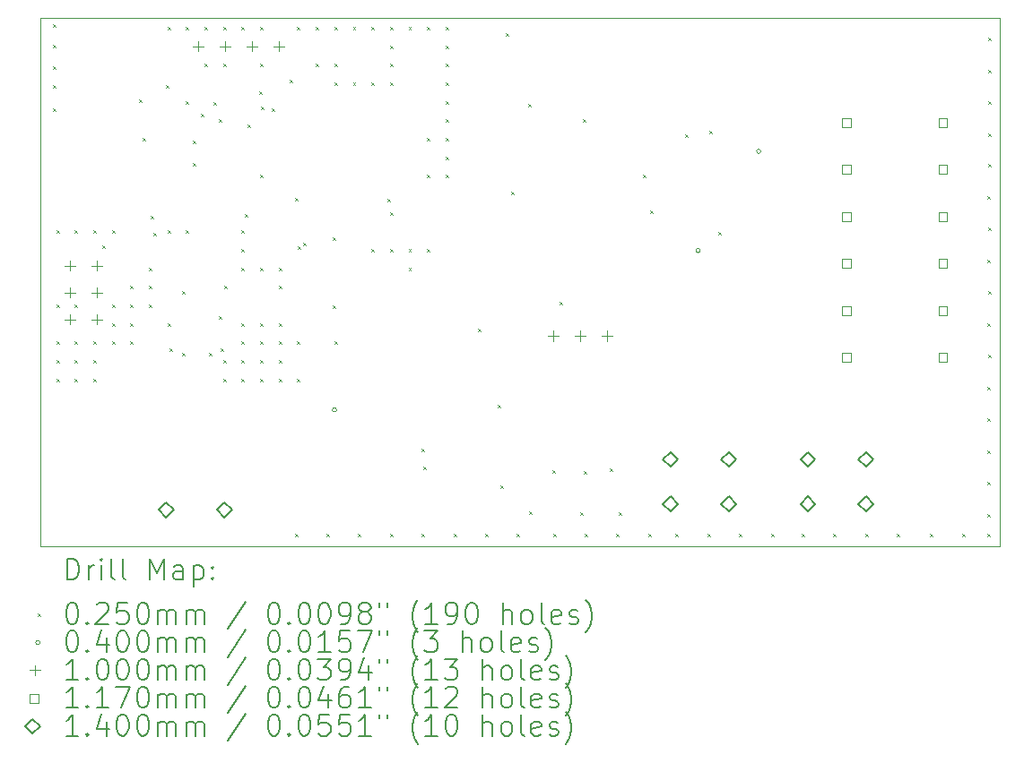
<source format=gbr>
%TF.GenerationSoftware,KiCad,Pcbnew,(6.0.11)*%
%TF.CreationDate,2023-07-03T20:40:52+10:00*%
%TF.ProjectId,LV_MASTER_A_SAMPLE,4c565f4d-4153-4544-9552-5f415f53414d,1*%
%TF.SameCoordinates,Original*%
%TF.FileFunction,Drillmap*%
%TF.FilePolarity,Positive*%
%FSLAX45Y45*%
G04 Gerber Fmt 4.5, Leading zero omitted, Abs format (unit mm)*
G04 Created by KiCad (PCBNEW (6.0.11)) date 2023-07-03 20:40:52*
%MOMM*%
%LPD*%
G01*
G04 APERTURE LIST*
%ADD10C,0.100000*%
%ADD11C,0.200000*%
%ADD12C,0.025000*%
%ADD13C,0.040000*%
%ADD14C,0.117000*%
%ADD15C,0.140000*%
G04 APERTURE END LIST*
D10*
X10947400Y-7226300D02*
X20002500Y-7226300D01*
X20002500Y-7226300D02*
X20002500Y-12217400D01*
X20002500Y-12217400D02*
X10947400Y-12217400D01*
X10947400Y-12217400D02*
X10947400Y-7226300D01*
D11*
D12*
X11064500Y-8075500D02*
X11089500Y-8100500D01*
X11089500Y-8075500D02*
X11064500Y-8100500D01*
X11065500Y-7473500D02*
X11090500Y-7498500D01*
X11090500Y-7473500D02*
X11065500Y-7498500D01*
X11065500Y-7676500D02*
X11090500Y-7701500D01*
X11090500Y-7676500D02*
X11065500Y-7701500D01*
X11066500Y-7282500D02*
X11091500Y-7307500D01*
X11091500Y-7282500D02*
X11066500Y-7307500D01*
X11066500Y-7860500D02*
X11091500Y-7885500D01*
X11091500Y-7860500D02*
X11066500Y-7885500D01*
X11096667Y-9232500D02*
X11121667Y-9257500D01*
X11121667Y-9232500D02*
X11096667Y-9257500D01*
X11096667Y-9932500D02*
X11121667Y-9957500D01*
X11121667Y-9932500D02*
X11096667Y-9957500D01*
X11096667Y-10282500D02*
X11121667Y-10307500D01*
X11121667Y-10282500D02*
X11096667Y-10307500D01*
X11096667Y-10457500D02*
X11121667Y-10482500D01*
X11121667Y-10457500D02*
X11096667Y-10482500D01*
X11096667Y-10632500D02*
X11121667Y-10657500D01*
X11121667Y-10632500D02*
X11096667Y-10657500D01*
X11271667Y-9232500D02*
X11296667Y-9257500D01*
X11296667Y-9232500D02*
X11271667Y-9257500D01*
X11271667Y-9932500D02*
X11296667Y-9957500D01*
X11296667Y-9932500D02*
X11271667Y-9957500D01*
X11271667Y-10282500D02*
X11296667Y-10307500D01*
X11296667Y-10282500D02*
X11271667Y-10307500D01*
X11271667Y-10457500D02*
X11296667Y-10482500D01*
X11296667Y-10457500D02*
X11271667Y-10482500D01*
X11271667Y-10632500D02*
X11296667Y-10657500D01*
X11296667Y-10632500D02*
X11271667Y-10657500D01*
X11446667Y-9232500D02*
X11471667Y-9257500D01*
X11471667Y-9232500D02*
X11446667Y-9257500D01*
X11446667Y-10282500D02*
X11471667Y-10307500D01*
X11471667Y-10282500D02*
X11446667Y-10307500D01*
X11446667Y-10457500D02*
X11471667Y-10482500D01*
X11471667Y-10457500D02*
X11446667Y-10482500D01*
X11446667Y-10632500D02*
X11471667Y-10657500D01*
X11471667Y-10632500D02*
X11446667Y-10657500D01*
X11531800Y-9372800D02*
X11556800Y-9397800D01*
X11556800Y-9372800D02*
X11531800Y-9397800D01*
X11621667Y-9232500D02*
X11646667Y-9257500D01*
X11646667Y-9232500D02*
X11621667Y-9257500D01*
X11621667Y-9932500D02*
X11646667Y-9957500D01*
X11646667Y-9932500D02*
X11621667Y-9957500D01*
X11621667Y-10107500D02*
X11646667Y-10132500D01*
X11646667Y-10107500D02*
X11621667Y-10132500D01*
X11621667Y-10282500D02*
X11646667Y-10307500D01*
X11646667Y-10282500D02*
X11621667Y-10307500D01*
X11796667Y-9757500D02*
X11821667Y-9782500D01*
X11821667Y-9757500D02*
X11796667Y-9782500D01*
X11796667Y-9932500D02*
X11821667Y-9957500D01*
X11821667Y-9932500D02*
X11796667Y-9957500D01*
X11796667Y-10107500D02*
X11821667Y-10132500D01*
X11821667Y-10107500D02*
X11796667Y-10132500D01*
X11796667Y-10282500D02*
X11821667Y-10307500D01*
X11821667Y-10282500D02*
X11796667Y-10307500D01*
X11878500Y-7995500D02*
X11903500Y-8020500D01*
X11903500Y-7995500D02*
X11878500Y-8020500D01*
X11914500Y-8353500D02*
X11939500Y-8378500D01*
X11939500Y-8353500D02*
X11914500Y-8378500D01*
X11971667Y-9582500D02*
X11996667Y-9607500D01*
X11996667Y-9582500D02*
X11971667Y-9607500D01*
X11971667Y-9757500D02*
X11996667Y-9782500D01*
X11996667Y-9757500D02*
X11971667Y-9782500D01*
X11971667Y-9932500D02*
X11996667Y-9957500D01*
X11996667Y-9932500D02*
X11971667Y-9957500D01*
X11989000Y-9093400D02*
X12014000Y-9118400D01*
X12014000Y-9093400D02*
X11989000Y-9118400D01*
X12016000Y-9258500D02*
X12041000Y-9283500D01*
X12041000Y-9258500D02*
X12016000Y-9283500D01*
X12128700Y-7861500D02*
X12153700Y-7886500D01*
X12153700Y-7861500D02*
X12128700Y-7886500D01*
X12146667Y-7307500D02*
X12171667Y-7332500D01*
X12171667Y-7307500D02*
X12146667Y-7332500D01*
X12146667Y-9232500D02*
X12171667Y-9257500D01*
X12171667Y-9232500D02*
X12146667Y-9257500D01*
X12146667Y-10107500D02*
X12171667Y-10132500D01*
X12171667Y-10107500D02*
X12146667Y-10132500D01*
X12166800Y-10350700D02*
X12191800Y-10375700D01*
X12191800Y-10350700D02*
X12166800Y-10375700D01*
X12281100Y-9804600D02*
X12306100Y-9829600D01*
X12306100Y-9804600D02*
X12281100Y-9829600D01*
X12281100Y-10388800D02*
X12306100Y-10413800D01*
X12306100Y-10388800D02*
X12281100Y-10413800D01*
X12321667Y-7307500D02*
X12346667Y-7332500D01*
X12346667Y-7307500D02*
X12321667Y-7332500D01*
X12321667Y-8007500D02*
X12346667Y-8032500D01*
X12346667Y-8007500D02*
X12321667Y-8032500D01*
X12321667Y-9232500D02*
X12346667Y-9257500D01*
X12346667Y-9232500D02*
X12321667Y-9257500D01*
X12382700Y-8382200D02*
X12407700Y-8407200D01*
X12407700Y-8382200D02*
X12382700Y-8407200D01*
X12382700Y-8598100D02*
X12407700Y-8623100D01*
X12407700Y-8598100D02*
X12382700Y-8623100D01*
X12458900Y-8128200D02*
X12483900Y-8153200D01*
X12483900Y-8128200D02*
X12458900Y-8153200D01*
X12496667Y-7307500D02*
X12521667Y-7332500D01*
X12521667Y-7307500D02*
X12496667Y-7332500D01*
X12496667Y-7657500D02*
X12521667Y-7682500D01*
X12521667Y-7657500D02*
X12496667Y-7682500D01*
X12535100Y-10388800D02*
X12560100Y-10413800D01*
X12560100Y-10388800D02*
X12535100Y-10413800D01*
X12578770Y-8022320D02*
X12603770Y-8047320D01*
X12603770Y-8022320D02*
X12578770Y-8047320D01*
X12631620Y-8179000D02*
X12656620Y-8204000D01*
X12656620Y-8179000D02*
X12631620Y-8204000D01*
X12631620Y-10045900D02*
X12656620Y-10070900D01*
X12656620Y-10045900D02*
X12631620Y-10070900D01*
X12649400Y-10350700D02*
X12674400Y-10375700D01*
X12674400Y-10350700D02*
X12649400Y-10375700D01*
X12671667Y-7307500D02*
X12696667Y-7332500D01*
X12696667Y-7307500D02*
X12671667Y-7332500D01*
X12671667Y-7657500D02*
X12696667Y-7682500D01*
X12696667Y-7657500D02*
X12671667Y-7682500D01*
X12671667Y-10457500D02*
X12696667Y-10482500D01*
X12696667Y-10457500D02*
X12671667Y-10482500D01*
X12671667Y-10632500D02*
X12696667Y-10657500D01*
X12696667Y-10632500D02*
X12671667Y-10657500D01*
X12681620Y-9751450D02*
X12706620Y-9776450D01*
X12706620Y-9751450D02*
X12681620Y-9776450D01*
X12846667Y-7307500D02*
X12871667Y-7332500D01*
X12871667Y-7307500D02*
X12846667Y-7332500D01*
X12846667Y-9232500D02*
X12871667Y-9257500D01*
X12871667Y-9232500D02*
X12846667Y-9257500D01*
X12846667Y-9407500D02*
X12871667Y-9432500D01*
X12871667Y-9407500D02*
X12846667Y-9432500D01*
X12846667Y-9582500D02*
X12871667Y-9607500D01*
X12871667Y-9582500D02*
X12846667Y-9607500D01*
X12846667Y-10107500D02*
X12871667Y-10132500D01*
X12871667Y-10107500D02*
X12846667Y-10132500D01*
X12846667Y-10282500D02*
X12871667Y-10307500D01*
X12871667Y-10282500D02*
X12846667Y-10307500D01*
X12846667Y-10457500D02*
X12871667Y-10482500D01*
X12871667Y-10457500D02*
X12846667Y-10482500D01*
X12846667Y-10632500D02*
X12871667Y-10657500D01*
X12871667Y-10632500D02*
X12846667Y-10657500D01*
X12878000Y-9080700D02*
X12903000Y-9105700D01*
X12903000Y-9080700D02*
X12878000Y-9105700D01*
X12904960Y-8228240D02*
X12929960Y-8253240D01*
X12929960Y-8228240D02*
X12904960Y-8253240D01*
X13011350Y-7918650D02*
X13036350Y-7943650D01*
X13036350Y-7918650D02*
X13011350Y-7943650D01*
X13021667Y-7307500D02*
X13046667Y-7332500D01*
X13046667Y-7307500D02*
X13021667Y-7332500D01*
X13021667Y-7657500D02*
X13046667Y-7682500D01*
X13046667Y-7657500D02*
X13021667Y-7682500D01*
X13021667Y-8707500D02*
X13046667Y-8732500D01*
X13046667Y-8707500D02*
X13021667Y-8732500D01*
X13021667Y-9582500D02*
X13046667Y-9607500D01*
X13046667Y-9582500D02*
X13021667Y-9607500D01*
X13021667Y-10107500D02*
X13046667Y-10132500D01*
X13046667Y-10107500D02*
X13021667Y-10132500D01*
X13021667Y-10282500D02*
X13046667Y-10307500D01*
X13046667Y-10282500D02*
X13021667Y-10307500D01*
X13021667Y-10457500D02*
X13046667Y-10482500D01*
X13046667Y-10457500D02*
X13021667Y-10482500D01*
X13021667Y-10632500D02*
X13046667Y-10657500D01*
X13046667Y-10632500D02*
X13021667Y-10657500D01*
X13030400Y-8064700D02*
X13055400Y-8089700D01*
X13055400Y-8064700D02*
X13030400Y-8089700D01*
X13132000Y-8078240D02*
X13157000Y-8103240D01*
X13157000Y-8078240D02*
X13132000Y-8103240D01*
X13196667Y-9582500D02*
X13221667Y-9607500D01*
X13221667Y-9582500D02*
X13196667Y-9607500D01*
X13196667Y-9757500D02*
X13221667Y-9782500D01*
X13221667Y-9757500D02*
X13196667Y-9782500D01*
X13196667Y-10107500D02*
X13221667Y-10132500D01*
X13221667Y-10107500D02*
X13196667Y-10132500D01*
X13196667Y-10282500D02*
X13221667Y-10307500D01*
X13221667Y-10282500D02*
X13196667Y-10307500D01*
X13196667Y-10457500D02*
X13221667Y-10482500D01*
X13221667Y-10457500D02*
X13196667Y-10482500D01*
X13196667Y-10632500D02*
X13221667Y-10657500D01*
X13221667Y-10632500D02*
X13196667Y-10657500D01*
X13297100Y-7810700D02*
X13322100Y-7835700D01*
X13322100Y-7810700D02*
X13297100Y-7835700D01*
X13347900Y-8928300D02*
X13372900Y-8953300D01*
X13372900Y-8928300D02*
X13347900Y-8953300D01*
X13347900Y-12103300D02*
X13372900Y-12128300D01*
X13372900Y-12103300D02*
X13347900Y-12128300D01*
X13371667Y-7307500D02*
X13396667Y-7332500D01*
X13396667Y-7307500D02*
X13371667Y-7332500D01*
X13371667Y-10282500D02*
X13396667Y-10307500D01*
X13396667Y-10282500D02*
X13371667Y-10307500D01*
X13371667Y-10632500D02*
X13396667Y-10657500D01*
X13396667Y-10632500D02*
X13371667Y-10657500D01*
X13373300Y-9385500D02*
X13398300Y-9410500D01*
X13398300Y-9385500D02*
X13373300Y-9410500D01*
X13425580Y-9346290D02*
X13450580Y-9371290D01*
X13450580Y-9346290D02*
X13425580Y-9371290D01*
X13546667Y-7307500D02*
X13571667Y-7332500D01*
X13571667Y-7307500D02*
X13546667Y-7332500D01*
X13546667Y-7657500D02*
X13571667Y-7682500D01*
X13571667Y-7657500D02*
X13546667Y-7682500D01*
X13647620Y-12103300D02*
X13672620Y-12128300D01*
X13672620Y-12103300D02*
X13647620Y-12128300D01*
X13703500Y-9944300D02*
X13728500Y-9969300D01*
X13728500Y-9944300D02*
X13703500Y-9969300D01*
X13706250Y-9293850D02*
X13731250Y-9318850D01*
X13731250Y-9293850D02*
X13706250Y-9318850D01*
X13721667Y-7307500D02*
X13746667Y-7332500D01*
X13746667Y-7307500D02*
X13721667Y-7332500D01*
X13721667Y-7657500D02*
X13746667Y-7682500D01*
X13746667Y-7657500D02*
X13721667Y-7682500D01*
X13721667Y-7832500D02*
X13746667Y-7857500D01*
X13746667Y-7832500D02*
X13721667Y-7857500D01*
X13721667Y-10282500D02*
X13746667Y-10307500D01*
X13746667Y-10282500D02*
X13721667Y-10307500D01*
X13896667Y-7307500D02*
X13921667Y-7332500D01*
X13921667Y-7307500D02*
X13896667Y-7332500D01*
X13896667Y-7832500D02*
X13921667Y-7857500D01*
X13921667Y-7832500D02*
X13896667Y-7857500D01*
X13947340Y-12103300D02*
X13972340Y-12128300D01*
X13972340Y-12103300D02*
X13947340Y-12128300D01*
X14071667Y-7307500D02*
X14096667Y-7332500D01*
X14096667Y-7307500D02*
X14071667Y-7332500D01*
X14071667Y-7832500D02*
X14096667Y-7857500D01*
X14096667Y-7832500D02*
X14071667Y-7857500D01*
X14071667Y-9407500D02*
X14096667Y-9432500D01*
X14096667Y-9407500D02*
X14071667Y-9432500D01*
X14224200Y-8930950D02*
X14249200Y-8955950D01*
X14249200Y-8930950D02*
X14224200Y-8955950D01*
X14246667Y-7307500D02*
X14271667Y-7332500D01*
X14271667Y-7307500D02*
X14246667Y-7332500D01*
X14246667Y-7482500D02*
X14271667Y-7507500D01*
X14271667Y-7482500D02*
X14246667Y-7507500D01*
X14246667Y-7657500D02*
X14271667Y-7682500D01*
X14271667Y-7657500D02*
X14246667Y-7682500D01*
X14246667Y-9057500D02*
X14271667Y-9082500D01*
X14271667Y-9057500D02*
X14246667Y-9082500D01*
X14246667Y-9407500D02*
X14271667Y-9432500D01*
X14271667Y-9407500D02*
X14246667Y-9432500D01*
X14247060Y-12103300D02*
X14272060Y-12128300D01*
X14272060Y-12103300D02*
X14247060Y-12128300D01*
X14249600Y-7836100D02*
X14274600Y-7861100D01*
X14274600Y-7836100D02*
X14249600Y-7861100D01*
X14421667Y-7307500D02*
X14446667Y-7332500D01*
X14446667Y-7307500D02*
X14421667Y-7332500D01*
X14421667Y-9407500D02*
X14446667Y-9432500D01*
X14446667Y-9407500D02*
X14421667Y-9432500D01*
X14421667Y-9582500D02*
X14446667Y-9607500D01*
X14446667Y-9582500D02*
X14421667Y-9607500D01*
X14541700Y-11293040D02*
X14566700Y-11318040D01*
X14566700Y-11293040D02*
X14541700Y-11318040D01*
X14546780Y-12103300D02*
X14571780Y-12128300D01*
X14571780Y-12103300D02*
X14546780Y-12128300D01*
X14564560Y-11468300D02*
X14589560Y-11493300D01*
X14589560Y-11468300D02*
X14564560Y-11493300D01*
X14596667Y-7307500D02*
X14621667Y-7332500D01*
X14621667Y-7307500D02*
X14596667Y-7332500D01*
X14596667Y-8357500D02*
X14621667Y-8382500D01*
X14621667Y-8357500D02*
X14596667Y-8382500D01*
X14596667Y-8707500D02*
X14621667Y-8732500D01*
X14621667Y-8707500D02*
X14596667Y-8732500D01*
X14596667Y-9407500D02*
X14621667Y-9432500D01*
X14621667Y-9407500D02*
X14596667Y-9432500D01*
X14771667Y-7307500D02*
X14796667Y-7332500D01*
X14796667Y-7307500D02*
X14771667Y-7332500D01*
X14771667Y-7482500D02*
X14796667Y-7507500D01*
X14796667Y-7482500D02*
X14771667Y-7507500D01*
X14771667Y-7657500D02*
X14796667Y-7682500D01*
X14796667Y-7657500D02*
X14771667Y-7682500D01*
X14771667Y-7832500D02*
X14796667Y-7857500D01*
X14796667Y-7832500D02*
X14771667Y-7857500D01*
X14771667Y-8007500D02*
X14796667Y-8032500D01*
X14796667Y-8007500D02*
X14771667Y-8032500D01*
X14771667Y-8182500D02*
X14796667Y-8207500D01*
X14796667Y-8182500D02*
X14771667Y-8207500D01*
X14771667Y-8357500D02*
X14796667Y-8382500D01*
X14796667Y-8357500D02*
X14771667Y-8382500D01*
X14771667Y-8532500D02*
X14796667Y-8557500D01*
X14796667Y-8532500D02*
X14771667Y-8557500D01*
X14771667Y-8707500D02*
X14796667Y-8732500D01*
X14796667Y-8707500D02*
X14771667Y-8732500D01*
X14846500Y-12103300D02*
X14871500Y-12128300D01*
X14871500Y-12103300D02*
X14846500Y-12128300D01*
X15075100Y-10160200D02*
X15100100Y-10185200D01*
X15100100Y-10160200D02*
X15075100Y-10185200D01*
X15146220Y-12103300D02*
X15171220Y-12128300D01*
X15171220Y-12103300D02*
X15146220Y-12128300D01*
X15265600Y-10881450D02*
X15290600Y-10906450D01*
X15290600Y-10881450D02*
X15265600Y-10906450D01*
X15291000Y-11646100D02*
X15316000Y-11671100D01*
X15316000Y-11646100D02*
X15291000Y-11671100D01*
X15341800Y-7366200D02*
X15366800Y-7391200D01*
X15366800Y-7366200D02*
X15341800Y-7391200D01*
X15392600Y-8864800D02*
X15417600Y-8889800D01*
X15417600Y-8864800D02*
X15392600Y-8889800D01*
X15445940Y-12103300D02*
X15470940Y-12128300D01*
X15470940Y-12103300D02*
X15445940Y-12128300D01*
X15550080Y-8036760D02*
X15575080Y-8061760D01*
X15575080Y-8036760D02*
X15550080Y-8061760D01*
X15557700Y-11887400D02*
X15582700Y-11912400D01*
X15582700Y-11887400D02*
X15557700Y-11912400D01*
X15778680Y-11498780D02*
X15803680Y-11523780D01*
X15803680Y-11498780D02*
X15778680Y-11523780D01*
X15786300Y-12103300D02*
X15811300Y-12128300D01*
X15811300Y-12103300D02*
X15786300Y-12128300D01*
X15849800Y-9906200D02*
X15874800Y-9931200D01*
X15874800Y-9906200D02*
X15849800Y-9931200D01*
X16040300Y-11900100D02*
X16065300Y-11925100D01*
X16065300Y-11900100D02*
X16040300Y-11925100D01*
X16065700Y-8179000D02*
X16090700Y-8204000D01*
X16090700Y-8179000D02*
X16065700Y-8204000D01*
X16078400Y-11503860D02*
X16103400Y-11528860D01*
X16103400Y-11503860D02*
X16078400Y-11528860D01*
X16086020Y-12103300D02*
X16111020Y-12128300D01*
X16111020Y-12103300D02*
X16086020Y-12128300D01*
X16319700Y-11478460D02*
X16344700Y-11503460D01*
X16344700Y-11478460D02*
X16319700Y-11503460D01*
X16385740Y-12103300D02*
X16410740Y-12128300D01*
X16410740Y-12103300D02*
X16385740Y-12128300D01*
X16408600Y-11900100D02*
X16433600Y-11925100D01*
X16433600Y-11900100D02*
X16408600Y-11925100D01*
X16632120Y-8707320D02*
X16657120Y-8732320D01*
X16657120Y-8707320D02*
X16632120Y-8732320D01*
X16685460Y-12103300D02*
X16710460Y-12128300D01*
X16710460Y-12103300D02*
X16685460Y-12128300D01*
X16700700Y-9040060D02*
X16725700Y-9065060D01*
X16725700Y-9040060D02*
X16700700Y-9065060D01*
X16944540Y-12103300D02*
X16969540Y-12128300D01*
X16969540Y-12103300D02*
X16944540Y-12128300D01*
X17033600Y-8323400D02*
X17058600Y-8348400D01*
X17058600Y-8323400D02*
X17033600Y-8348400D01*
X17244260Y-12103300D02*
X17269260Y-12128300D01*
X17269260Y-12103300D02*
X17244260Y-12128300D01*
X17259500Y-8293300D02*
X17284500Y-8318300D01*
X17284500Y-8293300D02*
X17259500Y-8318300D01*
X17350940Y-9245800D02*
X17375940Y-9270800D01*
X17375940Y-9245800D02*
X17350940Y-9270800D01*
X17543980Y-12103300D02*
X17568980Y-12128300D01*
X17568980Y-12103300D02*
X17543980Y-12128300D01*
X17843700Y-12103300D02*
X17868700Y-12128300D01*
X17868700Y-12103300D02*
X17843700Y-12128300D01*
X18133260Y-12103300D02*
X18158260Y-12128300D01*
X18158260Y-12103300D02*
X18133260Y-12128300D01*
X18432980Y-12103300D02*
X18457980Y-12128300D01*
X18457980Y-12103300D02*
X18432980Y-12128300D01*
X18732700Y-12103300D02*
X18757700Y-12128300D01*
X18757700Y-12103300D02*
X18732700Y-12128300D01*
X19032420Y-12103300D02*
X19057420Y-12128300D01*
X19057420Y-12103300D02*
X19032420Y-12128300D01*
X19347380Y-12103300D02*
X19372380Y-12128300D01*
X19372380Y-12103300D02*
X19347380Y-12128300D01*
X19647100Y-12103300D02*
X19672100Y-12128300D01*
X19672100Y-12103300D02*
X19647100Y-12128300D01*
X19885860Y-11308280D02*
X19910860Y-11333280D01*
X19910860Y-11308280D02*
X19885860Y-11333280D01*
X19885860Y-11910260D02*
X19910860Y-11935260D01*
X19910860Y-11910260D02*
X19885860Y-11935260D01*
X19885860Y-12103300D02*
X19910860Y-12128300D01*
X19910860Y-12103300D02*
X19885860Y-12128300D01*
X19888400Y-11006020D02*
X19913400Y-11031020D01*
X19913400Y-11006020D02*
X19888400Y-11031020D01*
X19888400Y-11608000D02*
X19913400Y-11633000D01*
X19913400Y-11608000D02*
X19888400Y-11633000D01*
X19890940Y-8907980D02*
X19915940Y-8932980D01*
X19915940Y-8907980D02*
X19890940Y-8932980D01*
X19890940Y-9509960D02*
X19915940Y-9534960D01*
X19915940Y-9509960D02*
X19890940Y-9534960D01*
X19890940Y-10109400D02*
X19915940Y-10134400D01*
X19915940Y-10109400D02*
X19890940Y-10134400D01*
X19890940Y-10711380D02*
X19915940Y-10736380D01*
X19915940Y-10711380D02*
X19890940Y-10736380D01*
X19893480Y-7711640D02*
X19918480Y-7736640D01*
X19918480Y-7711640D02*
X19893480Y-7736640D01*
X19893480Y-8313620D02*
X19918480Y-8338620D01*
X19918480Y-8313620D02*
X19893480Y-8338620D01*
X19893480Y-8605720D02*
X19918480Y-8630720D01*
X19918480Y-8605720D02*
X19893480Y-8630720D01*
X19893480Y-9207700D02*
X19918480Y-9232700D01*
X19918480Y-9207700D02*
X19893480Y-9232700D01*
X19893480Y-9807140D02*
X19918480Y-9832140D01*
X19918480Y-9807140D02*
X19893480Y-9832140D01*
X19893480Y-10409120D02*
X19918480Y-10434120D01*
X19918480Y-10409120D02*
X19893480Y-10434120D01*
X19896020Y-7409380D02*
X19921020Y-7434380D01*
X19921020Y-7409380D02*
X19896020Y-7434380D01*
X19896020Y-8011360D02*
X19921020Y-8036360D01*
X19921020Y-8011360D02*
X19896020Y-8036360D01*
D13*
X13743252Y-10929253D02*
G75*
G03*
X13743252Y-10929253I-20000J0D01*
G01*
X17177700Y-9423400D02*
G75*
G03*
X17177700Y-9423400I-20000J0D01*
G01*
X17749200Y-8483600D02*
G75*
G03*
X17749200Y-8483600I-20000J0D01*
G01*
D10*
X11227000Y-9514500D02*
X11227000Y-9614500D01*
X11177000Y-9564500D02*
X11277000Y-9564500D01*
X11227000Y-9768500D02*
X11227000Y-9868500D01*
X11177000Y-9818500D02*
X11277000Y-9818500D01*
X11227000Y-10022500D02*
X11227000Y-10122500D01*
X11177000Y-10072500D02*
X11277000Y-10072500D01*
X11481000Y-9514500D02*
X11481000Y-9614500D01*
X11431000Y-9564500D02*
X11531000Y-9564500D01*
X11481000Y-9768500D02*
X11481000Y-9868500D01*
X11431000Y-9818500D02*
X11531000Y-9818500D01*
X11481000Y-10022500D02*
X11481000Y-10122500D01*
X11431000Y-10072500D02*
X11531000Y-10072500D01*
X12434640Y-7439440D02*
X12434640Y-7539440D01*
X12384640Y-7489440D02*
X12484640Y-7489440D01*
X12688640Y-7439440D02*
X12688640Y-7539440D01*
X12638640Y-7489440D02*
X12738640Y-7489440D01*
X12942640Y-7439440D02*
X12942640Y-7539440D01*
X12892640Y-7489440D02*
X12992640Y-7489440D01*
X13196640Y-7439440D02*
X13196640Y-7539440D01*
X13146640Y-7489440D02*
X13246640Y-7489440D01*
X15790500Y-10181350D02*
X15790500Y-10281350D01*
X15740500Y-10231350D02*
X15840500Y-10231350D01*
X16044500Y-10181350D02*
X16044500Y-10281350D01*
X15994500Y-10231350D02*
X16094500Y-10231350D01*
X16298500Y-10181350D02*
X16298500Y-10281350D01*
X16248500Y-10231350D02*
X16348500Y-10231350D01*
D14*
X18597266Y-8252166D02*
X18597266Y-8169434D01*
X18514534Y-8169434D01*
X18514534Y-8252166D01*
X18597266Y-8252166D01*
X18597266Y-8696166D02*
X18597266Y-8613434D01*
X18514534Y-8613434D01*
X18514534Y-8696166D01*
X18597266Y-8696166D01*
X18597266Y-9141166D02*
X18597266Y-9058434D01*
X18514534Y-9058434D01*
X18514534Y-9141166D01*
X18597266Y-9141166D01*
X18597266Y-9585166D02*
X18597266Y-9502434D01*
X18514534Y-9502434D01*
X18514534Y-9585166D01*
X18597266Y-9585166D01*
X18597266Y-10030166D02*
X18597266Y-9947434D01*
X18514534Y-9947434D01*
X18514534Y-10030166D01*
X18597266Y-10030166D01*
X18597266Y-10474166D02*
X18597266Y-10391434D01*
X18514534Y-10391434D01*
X18514534Y-10474166D01*
X18597266Y-10474166D01*
X19509266Y-8252166D02*
X19509266Y-8169434D01*
X19426534Y-8169434D01*
X19426534Y-8252166D01*
X19509266Y-8252166D01*
X19509266Y-8696166D02*
X19509266Y-8613434D01*
X19426534Y-8613434D01*
X19426534Y-8696166D01*
X19509266Y-8696166D01*
X19509266Y-9141166D02*
X19509266Y-9058434D01*
X19426534Y-9058434D01*
X19426534Y-9141166D01*
X19509266Y-9141166D01*
X19509266Y-9585166D02*
X19509266Y-9502434D01*
X19426534Y-9502434D01*
X19426534Y-9585166D01*
X19509266Y-9585166D01*
X19509266Y-10030166D02*
X19509266Y-9947434D01*
X19426534Y-9947434D01*
X19426534Y-10030166D01*
X19509266Y-10030166D01*
X19509266Y-10474166D02*
X19509266Y-10391434D01*
X19426534Y-10391434D01*
X19426534Y-10474166D01*
X19509266Y-10474166D01*
D15*
X12133700Y-11944500D02*
X12203700Y-11874500D01*
X12133700Y-11804500D01*
X12063700Y-11874500D01*
X12133700Y-11944500D01*
X12683700Y-11944500D02*
X12753700Y-11874500D01*
X12683700Y-11804500D01*
X12613700Y-11874500D01*
X12683700Y-11944500D01*
X16894600Y-11467800D02*
X16964600Y-11397800D01*
X16894600Y-11327800D01*
X16824600Y-11397800D01*
X16894600Y-11467800D01*
X16894600Y-11887800D02*
X16964600Y-11817800D01*
X16894600Y-11747800D01*
X16824600Y-11817800D01*
X16894600Y-11887800D01*
X17444600Y-11467800D02*
X17514600Y-11397800D01*
X17444600Y-11327800D01*
X17374600Y-11397800D01*
X17444600Y-11467800D01*
X17444600Y-11887800D02*
X17514600Y-11817800D01*
X17444600Y-11747800D01*
X17374600Y-11817800D01*
X17444600Y-11887800D01*
X18191600Y-11467800D02*
X18261600Y-11397800D01*
X18191600Y-11327800D01*
X18121600Y-11397800D01*
X18191600Y-11467800D01*
X18191600Y-11887800D02*
X18261600Y-11817800D01*
X18191600Y-11747800D01*
X18121600Y-11817800D01*
X18191600Y-11887800D01*
X18741600Y-11467800D02*
X18811600Y-11397800D01*
X18741600Y-11327800D01*
X18671600Y-11397800D01*
X18741600Y-11467800D01*
X18741600Y-11887800D02*
X18811600Y-11817800D01*
X18741600Y-11747800D01*
X18671600Y-11817800D01*
X18741600Y-11887800D01*
D11*
X11200019Y-12532876D02*
X11200019Y-12332876D01*
X11247638Y-12332876D01*
X11276209Y-12342400D01*
X11295257Y-12361448D01*
X11304781Y-12380495D01*
X11314305Y-12418590D01*
X11314305Y-12447162D01*
X11304781Y-12485257D01*
X11295257Y-12504305D01*
X11276209Y-12523352D01*
X11247638Y-12532876D01*
X11200019Y-12532876D01*
X11400019Y-12532876D02*
X11400019Y-12399543D01*
X11400019Y-12437638D02*
X11409543Y-12418590D01*
X11419067Y-12409067D01*
X11438114Y-12399543D01*
X11457162Y-12399543D01*
X11523828Y-12532876D02*
X11523828Y-12399543D01*
X11523828Y-12332876D02*
X11514305Y-12342400D01*
X11523828Y-12351924D01*
X11533352Y-12342400D01*
X11523828Y-12332876D01*
X11523828Y-12351924D01*
X11647638Y-12532876D02*
X11628590Y-12523352D01*
X11619067Y-12504305D01*
X11619067Y-12332876D01*
X11752400Y-12532876D02*
X11733352Y-12523352D01*
X11723828Y-12504305D01*
X11723828Y-12332876D01*
X11980971Y-12532876D02*
X11980971Y-12332876D01*
X12047638Y-12475733D01*
X12114305Y-12332876D01*
X12114305Y-12532876D01*
X12295257Y-12532876D02*
X12295257Y-12428114D01*
X12285733Y-12409067D01*
X12266686Y-12399543D01*
X12228590Y-12399543D01*
X12209543Y-12409067D01*
X12295257Y-12523352D02*
X12276209Y-12532876D01*
X12228590Y-12532876D01*
X12209543Y-12523352D01*
X12200019Y-12504305D01*
X12200019Y-12485257D01*
X12209543Y-12466209D01*
X12228590Y-12456686D01*
X12276209Y-12456686D01*
X12295257Y-12447162D01*
X12390495Y-12399543D02*
X12390495Y-12599543D01*
X12390495Y-12409067D02*
X12409543Y-12399543D01*
X12447638Y-12399543D01*
X12466686Y-12409067D01*
X12476209Y-12418590D01*
X12485733Y-12437638D01*
X12485733Y-12494781D01*
X12476209Y-12513828D01*
X12466686Y-12523352D01*
X12447638Y-12532876D01*
X12409543Y-12532876D01*
X12390495Y-12523352D01*
X12571448Y-12513828D02*
X12580971Y-12523352D01*
X12571448Y-12532876D01*
X12561924Y-12523352D01*
X12571448Y-12513828D01*
X12571448Y-12532876D01*
X12571448Y-12409067D02*
X12580971Y-12418590D01*
X12571448Y-12428114D01*
X12561924Y-12418590D01*
X12571448Y-12409067D01*
X12571448Y-12428114D01*
D12*
X10917400Y-12849900D02*
X10942400Y-12874900D01*
X10942400Y-12849900D02*
X10917400Y-12874900D01*
D11*
X11238114Y-12752876D02*
X11257162Y-12752876D01*
X11276209Y-12762400D01*
X11285733Y-12771924D01*
X11295257Y-12790971D01*
X11304781Y-12829067D01*
X11304781Y-12876686D01*
X11295257Y-12914781D01*
X11285733Y-12933828D01*
X11276209Y-12943352D01*
X11257162Y-12952876D01*
X11238114Y-12952876D01*
X11219067Y-12943352D01*
X11209543Y-12933828D01*
X11200019Y-12914781D01*
X11190495Y-12876686D01*
X11190495Y-12829067D01*
X11200019Y-12790971D01*
X11209543Y-12771924D01*
X11219067Y-12762400D01*
X11238114Y-12752876D01*
X11390495Y-12933828D02*
X11400019Y-12943352D01*
X11390495Y-12952876D01*
X11380971Y-12943352D01*
X11390495Y-12933828D01*
X11390495Y-12952876D01*
X11476209Y-12771924D02*
X11485733Y-12762400D01*
X11504781Y-12752876D01*
X11552400Y-12752876D01*
X11571448Y-12762400D01*
X11580971Y-12771924D01*
X11590495Y-12790971D01*
X11590495Y-12810019D01*
X11580971Y-12838590D01*
X11466686Y-12952876D01*
X11590495Y-12952876D01*
X11771448Y-12752876D02*
X11676209Y-12752876D01*
X11666686Y-12848114D01*
X11676209Y-12838590D01*
X11695257Y-12829067D01*
X11742876Y-12829067D01*
X11761924Y-12838590D01*
X11771448Y-12848114D01*
X11780971Y-12867162D01*
X11780971Y-12914781D01*
X11771448Y-12933828D01*
X11761924Y-12943352D01*
X11742876Y-12952876D01*
X11695257Y-12952876D01*
X11676209Y-12943352D01*
X11666686Y-12933828D01*
X11904781Y-12752876D02*
X11923828Y-12752876D01*
X11942876Y-12762400D01*
X11952400Y-12771924D01*
X11961924Y-12790971D01*
X11971448Y-12829067D01*
X11971448Y-12876686D01*
X11961924Y-12914781D01*
X11952400Y-12933828D01*
X11942876Y-12943352D01*
X11923828Y-12952876D01*
X11904781Y-12952876D01*
X11885733Y-12943352D01*
X11876209Y-12933828D01*
X11866686Y-12914781D01*
X11857162Y-12876686D01*
X11857162Y-12829067D01*
X11866686Y-12790971D01*
X11876209Y-12771924D01*
X11885733Y-12762400D01*
X11904781Y-12752876D01*
X12057162Y-12952876D02*
X12057162Y-12819543D01*
X12057162Y-12838590D02*
X12066686Y-12829067D01*
X12085733Y-12819543D01*
X12114305Y-12819543D01*
X12133352Y-12829067D01*
X12142876Y-12848114D01*
X12142876Y-12952876D01*
X12142876Y-12848114D02*
X12152400Y-12829067D01*
X12171448Y-12819543D01*
X12200019Y-12819543D01*
X12219067Y-12829067D01*
X12228590Y-12848114D01*
X12228590Y-12952876D01*
X12323828Y-12952876D02*
X12323828Y-12819543D01*
X12323828Y-12838590D02*
X12333352Y-12829067D01*
X12352400Y-12819543D01*
X12380971Y-12819543D01*
X12400019Y-12829067D01*
X12409543Y-12848114D01*
X12409543Y-12952876D01*
X12409543Y-12848114D02*
X12419067Y-12829067D01*
X12438114Y-12819543D01*
X12466686Y-12819543D01*
X12485733Y-12829067D01*
X12495257Y-12848114D01*
X12495257Y-12952876D01*
X12885733Y-12743352D02*
X12714305Y-13000495D01*
X13142876Y-12752876D02*
X13161924Y-12752876D01*
X13180971Y-12762400D01*
X13190495Y-12771924D01*
X13200019Y-12790971D01*
X13209543Y-12829067D01*
X13209543Y-12876686D01*
X13200019Y-12914781D01*
X13190495Y-12933828D01*
X13180971Y-12943352D01*
X13161924Y-12952876D01*
X13142876Y-12952876D01*
X13123828Y-12943352D01*
X13114305Y-12933828D01*
X13104781Y-12914781D01*
X13095257Y-12876686D01*
X13095257Y-12829067D01*
X13104781Y-12790971D01*
X13114305Y-12771924D01*
X13123828Y-12762400D01*
X13142876Y-12752876D01*
X13295257Y-12933828D02*
X13304781Y-12943352D01*
X13295257Y-12952876D01*
X13285733Y-12943352D01*
X13295257Y-12933828D01*
X13295257Y-12952876D01*
X13428590Y-12752876D02*
X13447638Y-12752876D01*
X13466686Y-12762400D01*
X13476209Y-12771924D01*
X13485733Y-12790971D01*
X13495257Y-12829067D01*
X13495257Y-12876686D01*
X13485733Y-12914781D01*
X13476209Y-12933828D01*
X13466686Y-12943352D01*
X13447638Y-12952876D01*
X13428590Y-12952876D01*
X13409543Y-12943352D01*
X13400019Y-12933828D01*
X13390495Y-12914781D01*
X13380971Y-12876686D01*
X13380971Y-12829067D01*
X13390495Y-12790971D01*
X13400019Y-12771924D01*
X13409543Y-12762400D01*
X13428590Y-12752876D01*
X13619067Y-12752876D02*
X13638114Y-12752876D01*
X13657162Y-12762400D01*
X13666686Y-12771924D01*
X13676209Y-12790971D01*
X13685733Y-12829067D01*
X13685733Y-12876686D01*
X13676209Y-12914781D01*
X13666686Y-12933828D01*
X13657162Y-12943352D01*
X13638114Y-12952876D01*
X13619067Y-12952876D01*
X13600019Y-12943352D01*
X13590495Y-12933828D01*
X13580971Y-12914781D01*
X13571448Y-12876686D01*
X13571448Y-12829067D01*
X13580971Y-12790971D01*
X13590495Y-12771924D01*
X13600019Y-12762400D01*
X13619067Y-12752876D01*
X13780971Y-12952876D02*
X13819067Y-12952876D01*
X13838114Y-12943352D01*
X13847638Y-12933828D01*
X13866686Y-12905257D01*
X13876209Y-12867162D01*
X13876209Y-12790971D01*
X13866686Y-12771924D01*
X13857162Y-12762400D01*
X13838114Y-12752876D01*
X13800019Y-12752876D01*
X13780971Y-12762400D01*
X13771448Y-12771924D01*
X13761924Y-12790971D01*
X13761924Y-12838590D01*
X13771448Y-12857638D01*
X13780971Y-12867162D01*
X13800019Y-12876686D01*
X13838114Y-12876686D01*
X13857162Y-12867162D01*
X13866686Y-12857638D01*
X13876209Y-12838590D01*
X13990495Y-12838590D02*
X13971448Y-12829067D01*
X13961924Y-12819543D01*
X13952400Y-12800495D01*
X13952400Y-12790971D01*
X13961924Y-12771924D01*
X13971448Y-12762400D01*
X13990495Y-12752876D01*
X14028590Y-12752876D01*
X14047638Y-12762400D01*
X14057162Y-12771924D01*
X14066686Y-12790971D01*
X14066686Y-12800495D01*
X14057162Y-12819543D01*
X14047638Y-12829067D01*
X14028590Y-12838590D01*
X13990495Y-12838590D01*
X13971448Y-12848114D01*
X13961924Y-12857638D01*
X13952400Y-12876686D01*
X13952400Y-12914781D01*
X13961924Y-12933828D01*
X13971448Y-12943352D01*
X13990495Y-12952876D01*
X14028590Y-12952876D01*
X14047638Y-12943352D01*
X14057162Y-12933828D01*
X14066686Y-12914781D01*
X14066686Y-12876686D01*
X14057162Y-12857638D01*
X14047638Y-12848114D01*
X14028590Y-12838590D01*
X14142876Y-12752876D02*
X14142876Y-12790971D01*
X14219067Y-12752876D02*
X14219067Y-12790971D01*
X14514305Y-13029067D02*
X14504781Y-13019543D01*
X14485733Y-12990971D01*
X14476209Y-12971924D01*
X14466686Y-12943352D01*
X14457162Y-12895733D01*
X14457162Y-12857638D01*
X14466686Y-12810019D01*
X14476209Y-12781448D01*
X14485733Y-12762400D01*
X14504781Y-12733828D01*
X14514305Y-12724305D01*
X14695257Y-12952876D02*
X14580971Y-12952876D01*
X14638114Y-12952876D02*
X14638114Y-12752876D01*
X14619067Y-12781448D01*
X14600019Y-12800495D01*
X14580971Y-12810019D01*
X14790495Y-12952876D02*
X14828590Y-12952876D01*
X14847638Y-12943352D01*
X14857162Y-12933828D01*
X14876209Y-12905257D01*
X14885733Y-12867162D01*
X14885733Y-12790971D01*
X14876209Y-12771924D01*
X14866686Y-12762400D01*
X14847638Y-12752876D01*
X14809543Y-12752876D01*
X14790495Y-12762400D01*
X14780971Y-12771924D01*
X14771448Y-12790971D01*
X14771448Y-12838590D01*
X14780971Y-12857638D01*
X14790495Y-12867162D01*
X14809543Y-12876686D01*
X14847638Y-12876686D01*
X14866686Y-12867162D01*
X14876209Y-12857638D01*
X14885733Y-12838590D01*
X15009543Y-12752876D02*
X15028590Y-12752876D01*
X15047638Y-12762400D01*
X15057162Y-12771924D01*
X15066686Y-12790971D01*
X15076209Y-12829067D01*
X15076209Y-12876686D01*
X15066686Y-12914781D01*
X15057162Y-12933828D01*
X15047638Y-12943352D01*
X15028590Y-12952876D01*
X15009543Y-12952876D01*
X14990495Y-12943352D01*
X14980971Y-12933828D01*
X14971448Y-12914781D01*
X14961924Y-12876686D01*
X14961924Y-12829067D01*
X14971448Y-12790971D01*
X14980971Y-12771924D01*
X14990495Y-12762400D01*
X15009543Y-12752876D01*
X15314305Y-12952876D02*
X15314305Y-12752876D01*
X15400019Y-12952876D02*
X15400019Y-12848114D01*
X15390495Y-12829067D01*
X15371448Y-12819543D01*
X15342876Y-12819543D01*
X15323828Y-12829067D01*
X15314305Y-12838590D01*
X15523828Y-12952876D02*
X15504781Y-12943352D01*
X15495257Y-12933828D01*
X15485733Y-12914781D01*
X15485733Y-12857638D01*
X15495257Y-12838590D01*
X15504781Y-12829067D01*
X15523828Y-12819543D01*
X15552400Y-12819543D01*
X15571448Y-12829067D01*
X15580971Y-12838590D01*
X15590495Y-12857638D01*
X15590495Y-12914781D01*
X15580971Y-12933828D01*
X15571448Y-12943352D01*
X15552400Y-12952876D01*
X15523828Y-12952876D01*
X15704781Y-12952876D02*
X15685733Y-12943352D01*
X15676209Y-12924305D01*
X15676209Y-12752876D01*
X15857162Y-12943352D02*
X15838114Y-12952876D01*
X15800019Y-12952876D01*
X15780971Y-12943352D01*
X15771448Y-12924305D01*
X15771448Y-12848114D01*
X15780971Y-12829067D01*
X15800019Y-12819543D01*
X15838114Y-12819543D01*
X15857162Y-12829067D01*
X15866686Y-12848114D01*
X15866686Y-12867162D01*
X15771448Y-12886209D01*
X15942876Y-12943352D02*
X15961924Y-12952876D01*
X16000019Y-12952876D01*
X16019067Y-12943352D01*
X16028590Y-12924305D01*
X16028590Y-12914781D01*
X16019067Y-12895733D01*
X16000019Y-12886209D01*
X15971448Y-12886209D01*
X15952400Y-12876686D01*
X15942876Y-12857638D01*
X15942876Y-12848114D01*
X15952400Y-12829067D01*
X15971448Y-12819543D01*
X16000019Y-12819543D01*
X16019067Y-12829067D01*
X16095257Y-13029067D02*
X16104781Y-13019543D01*
X16123828Y-12990971D01*
X16133352Y-12971924D01*
X16142876Y-12943352D01*
X16152400Y-12895733D01*
X16152400Y-12857638D01*
X16142876Y-12810019D01*
X16133352Y-12781448D01*
X16123828Y-12762400D01*
X16104781Y-12733828D01*
X16095257Y-12724305D01*
D13*
X10942400Y-13126400D02*
G75*
G03*
X10942400Y-13126400I-20000J0D01*
G01*
D11*
X11238114Y-13016876D02*
X11257162Y-13016876D01*
X11276209Y-13026400D01*
X11285733Y-13035924D01*
X11295257Y-13054971D01*
X11304781Y-13093067D01*
X11304781Y-13140686D01*
X11295257Y-13178781D01*
X11285733Y-13197828D01*
X11276209Y-13207352D01*
X11257162Y-13216876D01*
X11238114Y-13216876D01*
X11219067Y-13207352D01*
X11209543Y-13197828D01*
X11200019Y-13178781D01*
X11190495Y-13140686D01*
X11190495Y-13093067D01*
X11200019Y-13054971D01*
X11209543Y-13035924D01*
X11219067Y-13026400D01*
X11238114Y-13016876D01*
X11390495Y-13197828D02*
X11400019Y-13207352D01*
X11390495Y-13216876D01*
X11380971Y-13207352D01*
X11390495Y-13197828D01*
X11390495Y-13216876D01*
X11571448Y-13083543D02*
X11571448Y-13216876D01*
X11523828Y-13007352D02*
X11476209Y-13150209D01*
X11600019Y-13150209D01*
X11714305Y-13016876D02*
X11733352Y-13016876D01*
X11752400Y-13026400D01*
X11761924Y-13035924D01*
X11771448Y-13054971D01*
X11780971Y-13093067D01*
X11780971Y-13140686D01*
X11771448Y-13178781D01*
X11761924Y-13197828D01*
X11752400Y-13207352D01*
X11733352Y-13216876D01*
X11714305Y-13216876D01*
X11695257Y-13207352D01*
X11685733Y-13197828D01*
X11676209Y-13178781D01*
X11666686Y-13140686D01*
X11666686Y-13093067D01*
X11676209Y-13054971D01*
X11685733Y-13035924D01*
X11695257Y-13026400D01*
X11714305Y-13016876D01*
X11904781Y-13016876D02*
X11923828Y-13016876D01*
X11942876Y-13026400D01*
X11952400Y-13035924D01*
X11961924Y-13054971D01*
X11971448Y-13093067D01*
X11971448Y-13140686D01*
X11961924Y-13178781D01*
X11952400Y-13197828D01*
X11942876Y-13207352D01*
X11923828Y-13216876D01*
X11904781Y-13216876D01*
X11885733Y-13207352D01*
X11876209Y-13197828D01*
X11866686Y-13178781D01*
X11857162Y-13140686D01*
X11857162Y-13093067D01*
X11866686Y-13054971D01*
X11876209Y-13035924D01*
X11885733Y-13026400D01*
X11904781Y-13016876D01*
X12057162Y-13216876D02*
X12057162Y-13083543D01*
X12057162Y-13102590D02*
X12066686Y-13093067D01*
X12085733Y-13083543D01*
X12114305Y-13083543D01*
X12133352Y-13093067D01*
X12142876Y-13112114D01*
X12142876Y-13216876D01*
X12142876Y-13112114D02*
X12152400Y-13093067D01*
X12171448Y-13083543D01*
X12200019Y-13083543D01*
X12219067Y-13093067D01*
X12228590Y-13112114D01*
X12228590Y-13216876D01*
X12323828Y-13216876D02*
X12323828Y-13083543D01*
X12323828Y-13102590D02*
X12333352Y-13093067D01*
X12352400Y-13083543D01*
X12380971Y-13083543D01*
X12400019Y-13093067D01*
X12409543Y-13112114D01*
X12409543Y-13216876D01*
X12409543Y-13112114D02*
X12419067Y-13093067D01*
X12438114Y-13083543D01*
X12466686Y-13083543D01*
X12485733Y-13093067D01*
X12495257Y-13112114D01*
X12495257Y-13216876D01*
X12885733Y-13007352D02*
X12714305Y-13264495D01*
X13142876Y-13016876D02*
X13161924Y-13016876D01*
X13180971Y-13026400D01*
X13190495Y-13035924D01*
X13200019Y-13054971D01*
X13209543Y-13093067D01*
X13209543Y-13140686D01*
X13200019Y-13178781D01*
X13190495Y-13197828D01*
X13180971Y-13207352D01*
X13161924Y-13216876D01*
X13142876Y-13216876D01*
X13123828Y-13207352D01*
X13114305Y-13197828D01*
X13104781Y-13178781D01*
X13095257Y-13140686D01*
X13095257Y-13093067D01*
X13104781Y-13054971D01*
X13114305Y-13035924D01*
X13123828Y-13026400D01*
X13142876Y-13016876D01*
X13295257Y-13197828D02*
X13304781Y-13207352D01*
X13295257Y-13216876D01*
X13285733Y-13207352D01*
X13295257Y-13197828D01*
X13295257Y-13216876D01*
X13428590Y-13016876D02*
X13447638Y-13016876D01*
X13466686Y-13026400D01*
X13476209Y-13035924D01*
X13485733Y-13054971D01*
X13495257Y-13093067D01*
X13495257Y-13140686D01*
X13485733Y-13178781D01*
X13476209Y-13197828D01*
X13466686Y-13207352D01*
X13447638Y-13216876D01*
X13428590Y-13216876D01*
X13409543Y-13207352D01*
X13400019Y-13197828D01*
X13390495Y-13178781D01*
X13380971Y-13140686D01*
X13380971Y-13093067D01*
X13390495Y-13054971D01*
X13400019Y-13035924D01*
X13409543Y-13026400D01*
X13428590Y-13016876D01*
X13685733Y-13216876D02*
X13571448Y-13216876D01*
X13628590Y-13216876D02*
X13628590Y-13016876D01*
X13609543Y-13045448D01*
X13590495Y-13064495D01*
X13571448Y-13074019D01*
X13866686Y-13016876D02*
X13771448Y-13016876D01*
X13761924Y-13112114D01*
X13771448Y-13102590D01*
X13790495Y-13093067D01*
X13838114Y-13093067D01*
X13857162Y-13102590D01*
X13866686Y-13112114D01*
X13876209Y-13131162D01*
X13876209Y-13178781D01*
X13866686Y-13197828D01*
X13857162Y-13207352D01*
X13838114Y-13216876D01*
X13790495Y-13216876D01*
X13771448Y-13207352D01*
X13761924Y-13197828D01*
X13942876Y-13016876D02*
X14076209Y-13016876D01*
X13990495Y-13216876D01*
X14142876Y-13016876D02*
X14142876Y-13054971D01*
X14219067Y-13016876D02*
X14219067Y-13054971D01*
X14514305Y-13293067D02*
X14504781Y-13283543D01*
X14485733Y-13254971D01*
X14476209Y-13235924D01*
X14466686Y-13207352D01*
X14457162Y-13159733D01*
X14457162Y-13121638D01*
X14466686Y-13074019D01*
X14476209Y-13045448D01*
X14485733Y-13026400D01*
X14504781Y-12997828D01*
X14514305Y-12988305D01*
X14571448Y-13016876D02*
X14695257Y-13016876D01*
X14628590Y-13093067D01*
X14657162Y-13093067D01*
X14676209Y-13102590D01*
X14685733Y-13112114D01*
X14695257Y-13131162D01*
X14695257Y-13178781D01*
X14685733Y-13197828D01*
X14676209Y-13207352D01*
X14657162Y-13216876D01*
X14600019Y-13216876D01*
X14580971Y-13207352D01*
X14571448Y-13197828D01*
X14933352Y-13216876D02*
X14933352Y-13016876D01*
X15019067Y-13216876D02*
X15019067Y-13112114D01*
X15009543Y-13093067D01*
X14990495Y-13083543D01*
X14961924Y-13083543D01*
X14942876Y-13093067D01*
X14933352Y-13102590D01*
X15142876Y-13216876D02*
X15123828Y-13207352D01*
X15114305Y-13197828D01*
X15104781Y-13178781D01*
X15104781Y-13121638D01*
X15114305Y-13102590D01*
X15123828Y-13093067D01*
X15142876Y-13083543D01*
X15171448Y-13083543D01*
X15190495Y-13093067D01*
X15200019Y-13102590D01*
X15209543Y-13121638D01*
X15209543Y-13178781D01*
X15200019Y-13197828D01*
X15190495Y-13207352D01*
X15171448Y-13216876D01*
X15142876Y-13216876D01*
X15323828Y-13216876D02*
X15304781Y-13207352D01*
X15295257Y-13188305D01*
X15295257Y-13016876D01*
X15476209Y-13207352D02*
X15457162Y-13216876D01*
X15419067Y-13216876D01*
X15400019Y-13207352D01*
X15390495Y-13188305D01*
X15390495Y-13112114D01*
X15400019Y-13093067D01*
X15419067Y-13083543D01*
X15457162Y-13083543D01*
X15476209Y-13093067D01*
X15485733Y-13112114D01*
X15485733Y-13131162D01*
X15390495Y-13150209D01*
X15561924Y-13207352D02*
X15580971Y-13216876D01*
X15619067Y-13216876D01*
X15638114Y-13207352D01*
X15647638Y-13188305D01*
X15647638Y-13178781D01*
X15638114Y-13159733D01*
X15619067Y-13150209D01*
X15590495Y-13150209D01*
X15571448Y-13140686D01*
X15561924Y-13121638D01*
X15561924Y-13112114D01*
X15571448Y-13093067D01*
X15590495Y-13083543D01*
X15619067Y-13083543D01*
X15638114Y-13093067D01*
X15714305Y-13293067D02*
X15723828Y-13283543D01*
X15742876Y-13254971D01*
X15752400Y-13235924D01*
X15761924Y-13207352D01*
X15771448Y-13159733D01*
X15771448Y-13121638D01*
X15761924Y-13074019D01*
X15752400Y-13045448D01*
X15742876Y-13026400D01*
X15723828Y-12997828D01*
X15714305Y-12988305D01*
D10*
X10892400Y-13340400D02*
X10892400Y-13440400D01*
X10842400Y-13390400D02*
X10942400Y-13390400D01*
D11*
X11304781Y-13480876D02*
X11190495Y-13480876D01*
X11247638Y-13480876D02*
X11247638Y-13280876D01*
X11228590Y-13309448D01*
X11209543Y-13328495D01*
X11190495Y-13338019D01*
X11390495Y-13461828D02*
X11400019Y-13471352D01*
X11390495Y-13480876D01*
X11380971Y-13471352D01*
X11390495Y-13461828D01*
X11390495Y-13480876D01*
X11523828Y-13280876D02*
X11542876Y-13280876D01*
X11561924Y-13290400D01*
X11571448Y-13299924D01*
X11580971Y-13318971D01*
X11590495Y-13357067D01*
X11590495Y-13404686D01*
X11580971Y-13442781D01*
X11571448Y-13461828D01*
X11561924Y-13471352D01*
X11542876Y-13480876D01*
X11523828Y-13480876D01*
X11504781Y-13471352D01*
X11495257Y-13461828D01*
X11485733Y-13442781D01*
X11476209Y-13404686D01*
X11476209Y-13357067D01*
X11485733Y-13318971D01*
X11495257Y-13299924D01*
X11504781Y-13290400D01*
X11523828Y-13280876D01*
X11714305Y-13280876D02*
X11733352Y-13280876D01*
X11752400Y-13290400D01*
X11761924Y-13299924D01*
X11771448Y-13318971D01*
X11780971Y-13357067D01*
X11780971Y-13404686D01*
X11771448Y-13442781D01*
X11761924Y-13461828D01*
X11752400Y-13471352D01*
X11733352Y-13480876D01*
X11714305Y-13480876D01*
X11695257Y-13471352D01*
X11685733Y-13461828D01*
X11676209Y-13442781D01*
X11666686Y-13404686D01*
X11666686Y-13357067D01*
X11676209Y-13318971D01*
X11685733Y-13299924D01*
X11695257Y-13290400D01*
X11714305Y-13280876D01*
X11904781Y-13280876D02*
X11923828Y-13280876D01*
X11942876Y-13290400D01*
X11952400Y-13299924D01*
X11961924Y-13318971D01*
X11971448Y-13357067D01*
X11971448Y-13404686D01*
X11961924Y-13442781D01*
X11952400Y-13461828D01*
X11942876Y-13471352D01*
X11923828Y-13480876D01*
X11904781Y-13480876D01*
X11885733Y-13471352D01*
X11876209Y-13461828D01*
X11866686Y-13442781D01*
X11857162Y-13404686D01*
X11857162Y-13357067D01*
X11866686Y-13318971D01*
X11876209Y-13299924D01*
X11885733Y-13290400D01*
X11904781Y-13280876D01*
X12057162Y-13480876D02*
X12057162Y-13347543D01*
X12057162Y-13366590D02*
X12066686Y-13357067D01*
X12085733Y-13347543D01*
X12114305Y-13347543D01*
X12133352Y-13357067D01*
X12142876Y-13376114D01*
X12142876Y-13480876D01*
X12142876Y-13376114D02*
X12152400Y-13357067D01*
X12171448Y-13347543D01*
X12200019Y-13347543D01*
X12219067Y-13357067D01*
X12228590Y-13376114D01*
X12228590Y-13480876D01*
X12323828Y-13480876D02*
X12323828Y-13347543D01*
X12323828Y-13366590D02*
X12333352Y-13357067D01*
X12352400Y-13347543D01*
X12380971Y-13347543D01*
X12400019Y-13357067D01*
X12409543Y-13376114D01*
X12409543Y-13480876D01*
X12409543Y-13376114D02*
X12419067Y-13357067D01*
X12438114Y-13347543D01*
X12466686Y-13347543D01*
X12485733Y-13357067D01*
X12495257Y-13376114D01*
X12495257Y-13480876D01*
X12885733Y-13271352D02*
X12714305Y-13528495D01*
X13142876Y-13280876D02*
X13161924Y-13280876D01*
X13180971Y-13290400D01*
X13190495Y-13299924D01*
X13200019Y-13318971D01*
X13209543Y-13357067D01*
X13209543Y-13404686D01*
X13200019Y-13442781D01*
X13190495Y-13461828D01*
X13180971Y-13471352D01*
X13161924Y-13480876D01*
X13142876Y-13480876D01*
X13123828Y-13471352D01*
X13114305Y-13461828D01*
X13104781Y-13442781D01*
X13095257Y-13404686D01*
X13095257Y-13357067D01*
X13104781Y-13318971D01*
X13114305Y-13299924D01*
X13123828Y-13290400D01*
X13142876Y-13280876D01*
X13295257Y-13461828D02*
X13304781Y-13471352D01*
X13295257Y-13480876D01*
X13285733Y-13471352D01*
X13295257Y-13461828D01*
X13295257Y-13480876D01*
X13428590Y-13280876D02*
X13447638Y-13280876D01*
X13466686Y-13290400D01*
X13476209Y-13299924D01*
X13485733Y-13318971D01*
X13495257Y-13357067D01*
X13495257Y-13404686D01*
X13485733Y-13442781D01*
X13476209Y-13461828D01*
X13466686Y-13471352D01*
X13447638Y-13480876D01*
X13428590Y-13480876D01*
X13409543Y-13471352D01*
X13400019Y-13461828D01*
X13390495Y-13442781D01*
X13380971Y-13404686D01*
X13380971Y-13357067D01*
X13390495Y-13318971D01*
X13400019Y-13299924D01*
X13409543Y-13290400D01*
X13428590Y-13280876D01*
X13561924Y-13280876D02*
X13685733Y-13280876D01*
X13619067Y-13357067D01*
X13647638Y-13357067D01*
X13666686Y-13366590D01*
X13676209Y-13376114D01*
X13685733Y-13395162D01*
X13685733Y-13442781D01*
X13676209Y-13461828D01*
X13666686Y-13471352D01*
X13647638Y-13480876D01*
X13590495Y-13480876D01*
X13571448Y-13471352D01*
X13561924Y-13461828D01*
X13780971Y-13480876D02*
X13819067Y-13480876D01*
X13838114Y-13471352D01*
X13847638Y-13461828D01*
X13866686Y-13433257D01*
X13876209Y-13395162D01*
X13876209Y-13318971D01*
X13866686Y-13299924D01*
X13857162Y-13290400D01*
X13838114Y-13280876D01*
X13800019Y-13280876D01*
X13780971Y-13290400D01*
X13771448Y-13299924D01*
X13761924Y-13318971D01*
X13761924Y-13366590D01*
X13771448Y-13385638D01*
X13780971Y-13395162D01*
X13800019Y-13404686D01*
X13838114Y-13404686D01*
X13857162Y-13395162D01*
X13866686Y-13385638D01*
X13876209Y-13366590D01*
X14047638Y-13347543D02*
X14047638Y-13480876D01*
X14000019Y-13271352D02*
X13952400Y-13414209D01*
X14076209Y-13414209D01*
X14142876Y-13280876D02*
X14142876Y-13318971D01*
X14219067Y-13280876D02*
X14219067Y-13318971D01*
X14514305Y-13557067D02*
X14504781Y-13547543D01*
X14485733Y-13518971D01*
X14476209Y-13499924D01*
X14466686Y-13471352D01*
X14457162Y-13423733D01*
X14457162Y-13385638D01*
X14466686Y-13338019D01*
X14476209Y-13309448D01*
X14485733Y-13290400D01*
X14504781Y-13261828D01*
X14514305Y-13252305D01*
X14695257Y-13480876D02*
X14580971Y-13480876D01*
X14638114Y-13480876D02*
X14638114Y-13280876D01*
X14619067Y-13309448D01*
X14600019Y-13328495D01*
X14580971Y-13338019D01*
X14761924Y-13280876D02*
X14885733Y-13280876D01*
X14819067Y-13357067D01*
X14847638Y-13357067D01*
X14866686Y-13366590D01*
X14876209Y-13376114D01*
X14885733Y-13395162D01*
X14885733Y-13442781D01*
X14876209Y-13461828D01*
X14866686Y-13471352D01*
X14847638Y-13480876D01*
X14790495Y-13480876D01*
X14771448Y-13471352D01*
X14761924Y-13461828D01*
X15123828Y-13480876D02*
X15123828Y-13280876D01*
X15209543Y-13480876D02*
X15209543Y-13376114D01*
X15200019Y-13357067D01*
X15180971Y-13347543D01*
X15152400Y-13347543D01*
X15133352Y-13357067D01*
X15123828Y-13366590D01*
X15333352Y-13480876D02*
X15314305Y-13471352D01*
X15304781Y-13461828D01*
X15295257Y-13442781D01*
X15295257Y-13385638D01*
X15304781Y-13366590D01*
X15314305Y-13357067D01*
X15333352Y-13347543D01*
X15361924Y-13347543D01*
X15380971Y-13357067D01*
X15390495Y-13366590D01*
X15400019Y-13385638D01*
X15400019Y-13442781D01*
X15390495Y-13461828D01*
X15380971Y-13471352D01*
X15361924Y-13480876D01*
X15333352Y-13480876D01*
X15514305Y-13480876D02*
X15495257Y-13471352D01*
X15485733Y-13452305D01*
X15485733Y-13280876D01*
X15666686Y-13471352D02*
X15647638Y-13480876D01*
X15609543Y-13480876D01*
X15590495Y-13471352D01*
X15580971Y-13452305D01*
X15580971Y-13376114D01*
X15590495Y-13357067D01*
X15609543Y-13347543D01*
X15647638Y-13347543D01*
X15666686Y-13357067D01*
X15676209Y-13376114D01*
X15676209Y-13395162D01*
X15580971Y-13414209D01*
X15752400Y-13471352D02*
X15771448Y-13480876D01*
X15809543Y-13480876D01*
X15828590Y-13471352D01*
X15838114Y-13452305D01*
X15838114Y-13442781D01*
X15828590Y-13423733D01*
X15809543Y-13414209D01*
X15780971Y-13414209D01*
X15761924Y-13404686D01*
X15752400Y-13385638D01*
X15752400Y-13376114D01*
X15761924Y-13357067D01*
X15780971Y-13347543D01*
X15809543Y-13347543D01*
X15828590Y-13357067D01*
X15904781Y-13557067D02*
X15914305Y-13547543D01*
X15933352Y-13518971D01*
X15942876Y-13499924D01*
X15952400Y-13471352D01*
X15961924Y-13423733D01*
X15961924Y-13385638D01*
X15952400Y-13338019D01*
X15942876Y-13309448D01*
X15933352Y-13290400D01*
X15914305Y-13261828D01*
X15904781Y-13252305D01*
D14*
X10925266Y-13695766D02*
X10925266Y-13613034D01*
X10842534Y-13613034D01*
X10842534Y-13695766D01*
X10925266Y-13695766D01*
D11*
X11304781Y-13744876D02*
X11190495Y-13744876D01*
X11247638Y-13744876D02*
X11247638Y-13544876D01*
X11228590Y-13573448D01*
X11209543Y-13592495D01*
X11190495Y-13602019D01*
X11390495Y-13725828D02*
X11400019Y-13735352D01*
X11390495Y-13744876D01*
X11380971Y-13735352D01*
X11390495Y-13725828D01*
X11390495Y-13744876D01*
X11590495Y-13744876D02*
X11476209Y-13744876D01*
X11533352Y-13744876D02*
X11533352Y-13544876D01*
X11514305Y-13573448D01*
X11495257Y-13592495D01*
X11476209Y-13602019D01*
X11657162Y-13544876D02*
X11790495Y-13544876D01*
X11704781Y-13744876D01*
X11904781Y-13544876D02*
X11923828Y-13544876D01*
X11942876Y-13554400D01*
X11952400Y-13563924D01*
X11961924Y-13582971D01*
X11971448Y-13621067D01*
X11971448Y-13668686D01*
X11961924Y-13706781D01*
X11952400Y-13725828D01*
X11942876Y-13735352D01*
X11923828Y-13744876D01*
X11904781Y-13744876D01*
X11885733Y-13735352D01*
X11876209Y-13725828D01*
X11866686Y-13706781D01*
X11857162Y-13668686D01*
X11857162Y-13621067D01*
X11866686Y-13582971D01*
X11876209Y-13563924D01*
X11885733Y-13554400D01*
X11904781Y-13544876D01*
X12057162Y-13744876D02*
X12057162Y-13611543D01*
X12057162Y-13630590D02*
X12066686Y-13621067D01*
X12085733Y-13611543D01*
X12114305Y-13611543D01*
X12133352Y-13621067D01*
X12142876Y-13640114D01*
X12142876Y-13744876D01*
X12142876Y-13640114D02*
X12152400Y-13621067D01*
X12171448Y-13611543D01*
X12200019Y-13611543D01*
X12219067Y-13621067D01*
X12228590Y-13640114D01*
X12228590Y-13744876D01*
X12323828Y-13744876D02*
X12323828Y-13611543D01*
X12323828Y-13630590D02*
X12333352Y-13621067D01*
X12352400Y-13611543D01*
X12380971Y-13611543D01*
X12400019Y-13621067D01*
X12409543Y-13640114D01*
X12409543Y-13744876D01*
X12409543Y-13640114D02*
X12419067Y-13621067D01*
X12438114Y-13611543D01*
X12466686Y-13611543D01*
X12485733Y-13621067D01*
X12495257Y-13640114D01*
X12495257Y-13744876D01*
X12885733Y-13535352D02*
X12714305Y-13792495D01*
X13142876Y-13544876D02*
X13161924Y-13544876D01*
X13180971Y-13554400D01*
X13190495Y-13563924D01*
X13200019Y-13582971D01*
X13209543Y-13621067D01*
X13209543Y-13668686D01*
X13200019Y-13706781D01*
X13190495Y-13725828D01*
X13180971Y-13735352D01*
X13161924Y-13744876D01*
X13142876Y-13744876D01*
X13123828Y-13735352D01*
X13114305Y-13725828D01*
X13104781Y-13706781D01*
X13095257Y-13668686D01*
X13095257Y-13621067D01*
X13104781Y-13582971D01*
X13114305Y-13563924D01*
X13123828Y-13554400D01*
X13142876Y-13544876D01*
X13295257Y-13725828D02*
X13304781Y-13735352D01*
X13295257Y-13744876D01*
X13285733Y-13735352D01*
X13295257Y-13725828D01*
X13295257Y-13744876D01*
X13428590Y-13544876D02*
X13447638Y-13544876D01*
X13466686Y-13554400D01*
X13476209Y-13563924D01*
X13485733Y-13582971D01*
X13495257Y-13621067D01*
X13495257Y-13668686D01*
X13485733Y-13706781D01*
X13476209Y-13725828D01*
X13466686Y-13735352D01*
X13447638Y-13744876D01*
X13428590Y-13744876D01*
X13409543Y-13735352D01*
X13400019Y-13725828D01*
X13390495Y-13706781D01*
X13380971Y-13668686D01*
X13380971Y-13621067D01*
X13390495Y-13582971D01*
X13400019Y-13563924D01*
X13409543Y-13554400D01*
X13428590Y-13544876D01*
X13666686Y-13611543D02*
X13666686Y-13744876D01*
X13619067Y-13535352D02*
X13571448Y-13678209D01*
X13695257Y-13678209D01*
X13857162Y-13544876D02*
X13819067Y-13544876D01*
X13800019Y-13554400D01*
X13790495Y-13563924D01*
X13771448Y-13592495D01*
X13761924Y-13630590D01*
X13761924Y-13706781D01*
X13771448Y-13725828D01*
X13780971Y-13735352D01*
X13800019Y-13744876D01*
X13838114Y-13744876D01*
X13857162Y-13735352D01*
X13866686Y-13725828D01*
X13876209Y-13706781D01*
X13876209Y-13659162D01*
X13866686Y-13640114D01*
X13857162Y-13630590D01*
X13838114Y-13621067D01*
X13800019Y-13621067D01*
X13780971Y-13630590D01*
X13771448Y-13640114D01*
X13761924Y-13659162D01*
X14066686Y-13744876D02*
X13952400Y-13744876D01*
X14009543Y-13744876D02*
X14009543Y-13544876D01*
X13990495Y-13573448D01*
X13971448Y-13592495D01*
X13952400Y-13602019D01*
X14142876Y-13544876D02*
X14142876Y-13582971D01*
X14219067Y-13544876D02*
X14219067Y-13582971D01*
X14514305Y-13821067D02*
X14504781Y-13811543D01*
X14485733Y-13782971D01*
X14476209Y-13763924D01*
X14466686Y-13735352D01*
X14457162Y-13687733D01*
X14457162Y-13649638D01*
X14466686Y-13602019D01*
X14476209Y-13573448D01*
X14485733Y-13554400D01*
X14504781Y-13525828D01*
X14514305Y-13516305D01*
X14695257Y-13744876D02*
X14580971Y-13744876D01*
X14638114Y-13744876D02*
X14638114Y-13544876D01*
X14619067Y-13573448D01*
X14600019Y-13592495D01*
X14580971Y-13602019D01*
X14771448Y-13563924D02*
X14780971Y-13554400D01*
X14800019Y-13544876D01*
X14847638Y-13544876D01*
X14866686Y-13554400D01*
X14876209Y-13563924D01*
X14885733Y-13582971D01*
X14885733Y-13602019D01*
X14876209Y-13630590D01*
X14761924Y-13744876D01*
X14885733Y-13744876D01*
X15123828Y-13744876D02*
X15123828Y-13544876D01*
X15209543Y-13744876D02*
X15209543Y-13640114D01*
X15200019Y-13621067D01*
X15180971Y-13611543D01*
X15152400Y-13611543D01*
X15133352Y-13621067D01*
X15123828Y-13630590D01*
X15333352Y-13744876D02*
X15314305Y-13735352D01*
X15304781Y-13725828D01*
X15295257Y-13706781D01*
X15295257Y-13649638D01*
X15304781Y-13630590D01*
X15314305Y-13621067D01*
X15333352Y-13611543D01*
X15361924Y-13611543D01*
X15380971Y-13621067D01*
X15390495Y-13630590D01*
X15400019Y-13649638D01*
X15400019Y-13706781D01*
X15390495Y-13725828D01*
X15380971Y-13735352D01*
X15361924Y-13744876D01*
X15333352Y-13744876D01*
X15514305Y-13744876D02*
X15495257Y-13735352D01*
X15485733Y-13716305D01*
X15485733Y-13544876D01*
X15666686Y-13735352D02*
X15647638Y-13744876D01*
X15609543Y-13744876D01*
X15590495Y-13735352D01*
X15580971Y-13716305D01*
X15580971Y-13640114D01*
X15590495Y-13621067D01*
X15609543Y-13611543D01*
X15647638Y-13611543D01*
X15666686Y-13621067D01*
X15676209Y-13640114D01*
X15676209Y-13659162D01*
X15580971Y-13678209D01*
X15752400Y-13735352D02*
X15771448Y-13744876D01*
X15809543Y-13744876D01*
X15828590Y-13735352D01*
X15838114Y-13716305D01*
X15838114Y-13706781D01*
X15828590Y-13687733D01*
X15809543Y-13678209D01*
X15780971Y-13678209D01*
X15761924Y-13668686D01*
X15752400Y-13649638D01*
X15752400Y-13640114D01*
X15761924Y-13621067D01*
X15780971Y-13611543D01*
X15809543Y-13611543D01*
X15828590Y-13621067D01*
X15904781Y-13821067D02*
X15914305Y-13811543D01*
X15933352Y-13782971D01*
X15942876Y-13763924D01*
X15952400Y-13735352D01*
X15961924Y-13687733D01*
X15961924Y-13649638D01*
X15952400Y-13602019D01*
X15942876Y-13573448D01*
X15933352Y-13554400D01*
X15914305Y-13525828D01*
X15904781Y-13516305D01*
D15*
X10872400Y-13988400D02*
X10942400Y-13918400D01*
X10872400Y-13848400D01*
X10802400Y-13918400D01*
X10872400Y-13988400D01*
D11*
X11304781Y-14008876D02*
X11190495Y-14008876D01*
X11247638Y-14008876D02*
X11247638Y-13808876D01*
X11228590Y-13837448D01*
X11209543Y-13856495D01*
X11190495Y-13866019D01*
X11390495Y-13989828D02*
X11400019Y-13999352D01*
X11390495Y-14008876D01*
X11380971Y-13999352D01*
X11390495Y-13989828D01*
X11390495Y-14008876D01*
X11571448Y-13875543D02*
X11571448Y-14008876D01*
X11523828Y-13799352D02*
X11476209Y-13942209D01*
X11600019Y-13942209D01*
X11714305Y-13808876D02*
X11733352Y-13808876D01*
X11752400Y-13818400D01*
X11761924Y-13827924D01*
X11771448Y-13846971D01*
X11780971Y-13885067D01*
X11780971Y-13932686D01*
X11771448Y-13970781D01*
X11761924Y-13989828D01*
X11752400Y-13999352D01*
X11733352Y-14008876D01*
X11714305Y-14008876D01*
X11695257Y-13999352D01*
X11685733Y-13989828D01*
X11676209Y-13970781D01*
X11666686Y-13932686D01*
X11666686Y-13885067D01*
X11676209Y-13846971D01*
X11685733Y-13827924D01*
X11695257Y-13818400D01*
X11714305Y-13808876D01*
X11904781Y-13808876D02*
X11923828Y-13808876D01*
X11942876Y-13818400D01*
X11952400Y-13827924D01*
X11961924Y-13846971D01*
X11971448Y-13885067D01*
X11971448Y-13932686D01*
X11961924Y-13970781D01*
X11952400Y-13989828D01*
X11942876Y-13999352D01*
X11923828Y-14008876D01*
X11904781Y-14008876D01*
X11885733Y-13999352D01*
X11876209Y-13989828D01*
X11866686Y-13970781D01*
X11857162Y-13932686D01*
X11857162Y-13885067D01*
X11866686Y-13846971D01*
X11876209Y-13827924D01*
X11885733Y-13818400D01*
X11904781Y-13808876D01*
X12057162Y-14008876D02*
X12057162Y-13875543D01*
X12057162Y-13894590D02*
X12066686Y-13885067D01*
X12085733Y-13875543D01*
X12114305Y-13875543D01*
X12133352Y-13885067D01*
X12142876Y-13904114D01*
X12142876Y-14008876D01*
X12142876Y-13904114D02*
X12152400Y-13885067D01*
X12171448Y-13875543D01*
X12200019Y-13875543D01*
X12219067Y-13885067D01*
X12228590Y-13904114D01*
X12228590Y-14008876D01*
X12323828Y-14008876D02*
X12323828Y-13875543D01*
X12323828Y-13894590D02*
X12333352Y-13885067D01*
X12352400Y-13875543D01*
X12380971Y-13875543D01*
X12400019Y-13885067D01*
X12409543Y-13904114D01*
X12409543Y-14008876D01*
X12409543Y-13904114D02*
X12419067Y-13885067D01*
X12438114Y-13875543D01*
X12466686Y-13875543D01*
X12485733Y-13885067D01*
X12495257Y-13904114D01*
X12495257Y-14008876D01*
X12885733Y-13799352D02*
X12714305Y-14056495D01*
X13142876Y-13808876D02*
X13161924Y-13808876D01*
X13180971Y-13818400D01*
X13190495Y-13827924D01*
X13200019Y-13846971D01*
X13209543Y-13885067D01*
X13209543Y-13932686D01*
X13200019Y-13970781D01*
X13190495Y-13989828D01*
X13180971Y-13999352D01*
X13161924Y-14008876D01*
X13142876Y-14008876D01*
X13123828Y-13999352D01*
X13114305Y-13989828D01*
X13104781Y-13970781D01*
X13095257Y-13932686D01*
X13095257Y-13885067D01*
X13104781Y-13846971D01*
X13114305Y-13827924D01*
X13123828Y-13818400D01*
X13142876Y-13808876D01*
X13295257Y-13989828D02*
X13304781Y-13999352D01*
X13295257Y-14008876D01*
X13285733Y-13999352D01*
X13295257Y-13989828D01*
X13295257Y-14008876D01*
X13428590Y-13808876D02*
X13447638Y-13808876D01*
X13466686Y-13818400D01*
X13476209Y-13827924D01*
X13485733Y-13846971D01*
X13495257Y-13885067D01*
X13495257Y-13932686D01*
X13485733Y-13970781D01*
X13476209Y-13989828D01*
X13466686Y-13999352D01*
X13447638Y-14008876D01*
X13428590Y-14008876D01*
X13409543Y-13999352D01*
X13400019Y-13989828D01*
X13390495Y-13970781D01*
X13380971Y-13932686D01*
X13380971Y-13885067D01*
X13390495Y-13846971D01*
X13400019Y-13827924D01*
X13409543Y-13818400D01*
X13428590Y-13808876D01*
X13676209Y-13808876D02*
X13580971Y-13808876D01*
X13571448Y-13904114D01*
X13580971Y-13894590D01*
X13600019Y-13885067D01*
X13647638Y-13885067D01*
X13666686Y-13894590D01*
X13676209Y-13904114D01*
X13685733Y-13923162D01*
X13685733Y-13970781D01*
X13676209Y-13989828D01*
X13666686Y-13999352D01*
X13647638Y-14008876D01*
X13600019Y-14008876D01*
X13580971Y-13999352D01*
X13571448Y-13989828D01*
X13866686Y-13808876D02*
X13771448Y-13808876D01*
X13761924Y-13904114D01*
X13771448Y-13894590D01*
X13790495Y-13885067D01*
X13838114Y-13885067D01*
X13857162Y-13894590D01*
X13866686Y-13904114D01*
X13876209Y-13923162D01*
X13876209Y-13970781D01*
X13866686Y-13989828D01*
X13857162Y-13999352D01*
X13838114Y-14008876D01*
X13790495Y-14008876D01*
X13771448Y-13999352D01*
X13761924Y-13989828D01*
X14066686Y-14008876D02*
X13952400Y-14008876D01*
X14009543Y-14008876D02*
X14009543Y-13808876D01*
X13990495Y-13837448D01*
X13971448Y-13856495D01*
X13952400Y-13866019D01*
X14142876Y-13808876D02*
X14142876Y-13846971D01*
X14219067Y-13808876D02*
X14219067Y-13846971D01*
X14514305Y-14085067D02*
X14504781Y-14075543D01*
X14485733Y-14046971D01*
X14476209Y-14027924D01*
X14466686Y-13999352D01*
X14457162Y-13951733D01*
X14457162Y-13913638D01*
X14466686Y-13866019D01*
X14476209Y-13837448D01*
X14485733Y-13818400D01*
X14504781Y-13789828D01*
X14514305Y-13780305D01*
X14695257Y-14008876D02*
X14580971Y-14008876D01*
X14638114Y-14008876D02*
X14638114Y-13808876D01*
X14619067Y-13837448D01*
X14600019Y-13856495D01*
X14580971Y-13866019D01*
X14819067Y-13808876D02*
X14838114Y-13808876D01*
X14857162Y-13818400D01*
X14866686Y-13827924D01*
X14876209Y-13846971D01*
X14885733Y-13885067D01*
X14885733Y-13932686D01*
X14876209Y-13970781D01*
X14866686Y-13989828D01*
X14857162Y-13999352D01*
X14838114Y-14008876D01*
X14819067Y-14008876D01*
X14800019Y-13999352D01*
X14790495Y-13989828D01*
X14780971Y-13970781D01*
X14771448Y-13932686D01*
X14771448Y-13885067D01*
X14780971Y-13846971D01*
X14790495Y-13827924D01*
X14800019Y-13818400D01*
X14819067Y-13808876D01*
X15123828Y-14008876D02*
X15123828Y-13808876D01*
X15209543Y-14008876D02*
X15209543Y-13904114D01*
X15200019Y-13885067D01*
X15180971Y-13875543D01*
X15152400Y-13875543D01*
X15133352Y-13885067D01*
X15123828Y-13894590D01*
X15333352Y-14008876D02*
X15314305Y-13999352D01*
X15304781Y-13989828D01*
X15295257Y-13970781D01*
X15295257Y-13913638D01*
X15304781Y-13894590D01*
X15314305Y-13885067D01*
X15333352Y-13875543D01*
X15361924Y-13875543D01*
X15380971Y-13885067D01*
X15390495Y-13894590D01*
X15400019Y-13913638D01*
X15400019Y-13970781D01*
X15390495Y-13989828D01*
X15380971Y-13999352D01*
X15361924Y-14008876D01*
X15333352Y-14008876D01*
X15514305Y-14008876D02*
X15495257Y-13999352D01*
X15485733Y-13980305D01*
X15485733Y-13808876D01*
X15666686Y-13999352D02*
X15647638Y-14008876D01*
X15609543Y-14008876D01*
X15590495Y-13999352D01*
X15580971Y-13980305D01*
X15580971Y-13904114D01*
X15590495Y-13885067D01*
X15609543Y-13875543D01*
X15647638Y-13875543D01*
X15666686Y-13885067D01*
X15676209Y-13904114D01*
X15676209Y-13923162D01*
X15580971Y-13942209D01*
X15752400Y-13999352D02*
X15771448Y-14008876D01*
X15809543Y-14008876D01*
X15828590Y-13999352D01*
X15838114Y-13980305D01*
X15838114Y-13970781D01*
X15828590Y-13951733D01*
X15809543Y-13942209D01*
X15780971Y-13942209D01*
X15761924Y-13932686D01*
X15752400Y-13913638D01*
X15752400Y-13904114D01*
X15761924Y-13885067D01*
X15780971Y-13875543D01*
X15809543Y-13875543D01*
X15828590Y-13885067D01*
X15904781Y-14085067D02*
X15914305Y-14075543D01*
X15933352Y-14046971D01*
X15942876Y-14027924D01*
X15952400Y-13999352D01*
X15961924Y-13951733D01*
X15961924Y-13913638D01*
X15952400Y-13866019D01*
X15942876Y-13837448D01*
X15933352Y-13818400D01*
X15914305Y-13789828D01*
X15904781Y-13780305D01*
M02*

</source>
